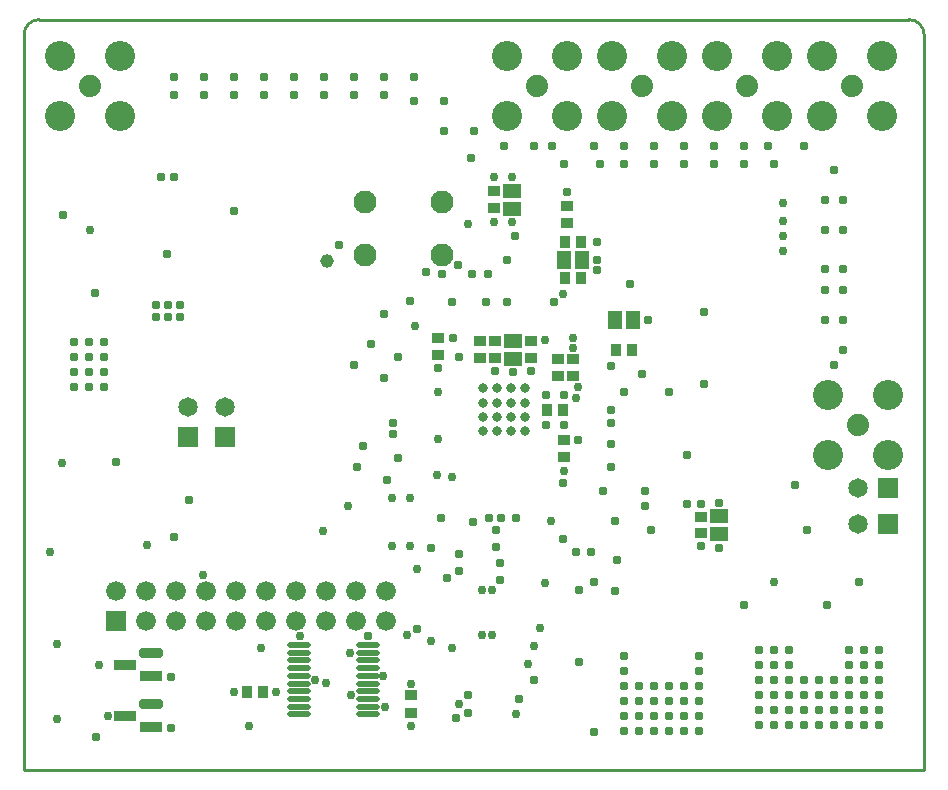
<source format=gbs>
%FSLAX44Y44*%
%MOMM*%
G71*
G01*
G75*
G04 Layer_Color=16711935*
%ADD10R,1.8034X1.1176*%
%ADD11R,5.3000X5.3000*%
%ADD12O,1.6500X0.2700*%
%ADD13O,0.2700X1.6500*%
%ADD14R,1.2700X1.2700*%
%ADD15R,0.7000X0.9000*%
%ADD16R,0.8000X0.9000*%
%ADD17R,0.9000X0.8000*%
%ADD18R,2.5400X1.6510*%
G04:AMPARAMS|DCode=19|XSize=1.651mm|YSize=2.54mm|CornerRadius=0.4128mm|HoleSize=0mm|Usage=FLASHONLY|Rotation=270.000|XOffset=0mm|YOffset=0mm|HoleType=Round|Shape=RoundedRectangle|*
%AMROUNDEDRECTD19*
21,1,1.6510,1.7145,0,0,270.0*
21,1,0.8255,2.5400,0,0,270.0*
1,1,0.8255,-0.8572,-0.4128*
1,1,0.8255,-0.8572,0.4128*
1,1,0.8255,0.8572,0.4128*
1,1,0.8255,0.8572,-0.4128*
%
%ADD19ROUNDEDRECTD19*%
%ADD20R,0.9000X0.7000*%
%ADD21R,1.7000X1.1000*%
%ADD22R,1.0000X2.7000*%
%ADD23R,3.2000X2.7000*%
%ADD24R,0.6096X0.5588*%
%ADD25R,2.6924X1.1176*%
%ADD26R,0.5588X0.6096*%
%ADD27R,2.0000X6.0000*%
%ADD28R,1.4000X1.1000*%
%ADD29R,1.1000X1.7000*%
%ADD30R,1.1000X1.4000*%
G04:AMPARAMS|DCode=31|XSize=1mm|YSize=1.55mm|CornerRadius=0.25mm|HoleSize=0mm|Usage=FLASHONLY|Rotation=270.000|XOffset=0mm|YOffset=0mm|HoleType=Round|Shape=RoundedRectangle|*
%AMROUNDEDRECTD31*
21,1,1.0000,1.0500,0,0,270.0*
21,1,0.5000,1.5500,0,0,270.0*
1,1,0.5000,-0.5250,-0.2500*
1,1,0.5000,-0.5250,0.2500*
1,1,0.5000,0.5250,0.2500*
1,1,0.5000,0.5250,-0.2500*
%
%ADD31ROUNDEDRECTD31*%
%ADD32R,1.5500X1.0000*%
%ADD33R,3.3000X1.8000*%
%ADD34R,1.0000X1.5000*%
G04:AMPARAMS|DCode=35|XSize=1mm|YSize=1.5mm|CornerRadius=0.25mm|HoleSize=0mm|Usage=FLASHONLY|Rotation=180.000|XOffset=0mm|YOffset=0mm|HoleType=Round|Shape=RoundedRectangle|*
%AMROUNDEDRECTD35*
21,1,1.0000,1.0000,0,0,180.0*
21,1,0.5000,1.5000,0,0,180.0*
1,1,0.5000,-0.2500,0.5000*
1,1,0.5000,0.2500,0.5000*
1,1,0.5000,0.2500,-0.5000*
1,1,0.5000,-0.2500,-0.5000*
%
%ADD35ROUNDEDRECTD35*%
%ADD36R,2.3876X3.0988*%
%ADD37R,1.9812X0.4608*%
%ADD38R,0.6000X0.8500*%
%ADD39C,0.2032*%
%ADD40C,0.3048*%
%ADD41C,1.2700*%
%ADD42C,0.4064*%
%ADD43C,0.4277*%
%ADD44C,0.3999*%
%ADD45C,0.4572*%
%ADD46C,0.7620*%
%ADD47C,0.6350*%
%ADD48C,0.2540*%
%ADD49R,6.8580X10.1600*%
%ADD50R,8.8900X8.8900*%
%ADD51R,12.7000X8.8900*%
%ADD52R,1.5240X1.5240*%
%ADD53C,1.5240*%
%ADD54C,1.8000*%
%ADD55C,1.7272*%
%ADD56C,2.4000*%
%ADD57C,1.5000*%
%ADD58R,1.5000X1.5000*%
%ADD59R,1.5000X1.5000*%
%ADD60C,0.6096*%
%ADD61C,0.6350*%
%ADD62C,0.6600*%
%ADD63C,1.0160*%
%ADD64C,1.0160*%
%ADD65C,0.3810*%
%ADD66R,4.5720X4.4450*%
%ADD67R,6.9850X1.7780*%
%ADD68C,2.0320*%
G04:AMPARAMS|DCode=69|XSize=2.524mm|YSize=2.524mm|CornerRadius=0mm|HoleSize=0mm|Usage=FLASHONLY|Rotation=0.000|XOffset=0mm|YOffset=0mm|HoleType=Round|Shape=Relief|Width=0.254mm|Gap=0.254mm|Entries=4|*
%AMTHD69*
7,0,0,2.5240,2.0160,0.2540,45*
%
%ADD69THD69*%
%ADD70C,2.0160*%
%ADD71C,2.0828*%
%ADD72C,2.8160*%
%ADD73C,1.9160*%
G04:AMPARAMS|DCode=74|XSize=2.424mm|YSize=2.424mm|CornerRadius=0mm|HoleSize=0mm|Usage=FLASHONLY|Rotation=0.000|XOffset=0mm|YOffset=0mm|HoleType=Round|Shape=Relief|Width=0.254mm|Gap=0.254mm|Entries=4|*
%AMTHD74*
7,0,0,2.4240,1.9160,0.2540,45*
%
%ADD74THD74*%
%ADD75C,1.3208*%
%ADD76C,1.3970*%
%ADD77C,1.3460*%
%ADD78R,4.4450X4.4450*%
G04:AMPARAMS|DCode=79|XSize=2.54mm|YSize=2.54mm|CornerRadius=0mm|HoleSize=0mm|Usage=FLASHONLY|Rotation=0.000|XOffset=0mm|YOffset=0mm|HoleType=Round|Shape=Relief|Width=0.254mm|Gap=0.254mm|Entries=4|*
%AMTHD79*
7,0,0,2.5400,2.0320,0.2540,45*
%
%ADD79THD79*%
G04:AMPARAMS|DCode=80|XSize=3.324mm|YSize=3.324mm|CornerRadius=0mm|HoleSize=0mm|Usage=FLASHONLY|Rotation=0.000|XOffset=0mm|YOffset=0mm|HoleType=Round|Shape=Relief|Width=0.254mm|Gap=0.254mm|Entries=4|*
%AMTHD80*
7,0,0,3.3240,2.8160,0.2540,45*
%
%ADD80THD80*%
%ADD81R,1.8000X0.7000*%
G04:AMPARAMS|DCode=82|XSize=0.7mm|YSize=1.8mm|CornerRadius=0.175mm|HoleSize=0mm|Usage=FLASHONLY|Rotation=90.000|XOffset=0mm|YOffset=0mm|HoleType=Round|Shape=RoundedRectangle|*
%AMROUNDEDRECTD82*
21,1,0.7000,1.4500,0,0,90.0*
21,1,0.3500,1.8000,0,0,90.0*
1,1,0.3500,0.7250,0.1750*
1,1,0.3500,0.7250,-0.1750*
1,1,0.3500,-0.7250,-0.1750*
1,1,0.3500,-0.7250,0.1750*
%
%ADD82ROUNDEDRECTD82*%
%ADD83O,1.8500X0.3500*%
%ADD84C,0.6000*%
%ADD85C,0.2500*%
%ADD86C,0.1524*%
%ADD87C,0.1270*%
%ADD88C,0.2000*%
%ADD89C,0.1778*%
%ADD90R,8.1280X3.3020*%
%ADD91R,1.9558X1.2700*%
%ADD92R,5.4524X5.4524*%
%ADD93O,1.8024X0.4224*%
%ADD94O,0.4224X1.8024*%
%ADD95R,1.4224X1.4224*%
%ADD96R,0.8524X1.0524*%
%ADD97R,0.9524X1.0524*%
%ADD98R,1.0524X0.9524*%
%ADD99R,2.6924X1.8034*%
G04:AMPARAMS|DCode=100|XSize=1.8034mm|YSize=2.6924mm|CornerRadius=0.4508mm|HoleSize=0mm|Usage=FLASHONLY|Rotation=270.000|XOffset=0mm|YOffset=0mm|HoleType=Round|Shape=RoundedRectangle|*
%AMROUNDEDRECTD100*
21,1,1.8034,1.7907,0,0,270.0*
21,1,0.9017,2.6924,0,0,270.0*
1,1,0.9017,-0.8953,-0.4508*
1,1,0.9017,-0.8953,0.4508*
1,1,0.9017,0.8953,0.4508*
1,1,0.9017,0.8953,-0.4508*
%
%ADD100ROUNDEDRECTD100*%
%ADD101R,1.0524X0.8524*%
%ADD102R,1.8524X1.2524*%
%ADD103R,1.1524X2.8524*%
%ADD104R,3.3524X2.8524*%
%ADD105R,0.7620X0.7112*%
%ADD106R,2.8448X1.2700*%
%ADD107R,0.7112X0.7620*%
%ADD108R,2.1524X6.1524*%
%ADD109R,1.5524X1.2524*%
%ADD110R,1.2524X1.8524*%
%ADD111R,1.2524X1.5524*%
G04:AMPARAMS|DCode=112|XSize=1.1524mm|YSize=1.7024mm|CornerRadius=0.2881mm|HoleSize=0mm|Usage=FLASHONLY|Rotation=270.000|XOffset=0mm|YOffset=0mm|HoleType=Round|Shape=RoundedRectangle|*
%AMROUNDEDRECTD112*
21,1,1.1524,1.1262,0,0,270.0*
21,1,0.5762,1.7024,0,0,270.0*
1,1,0.5762,-0.5631,-0.2881*
1,1,0.5762,-0.5631,0.2881*
1,1,0.5762,0.5631,0.2881*
1,1,0.5762,0.5631,-0.2881*
%
%ADD112ROUNDEDRECTD112*%
%ADD113R,1.7024X1.1524*%
%ADD114R,3.4524X1.9524*%
%ADD115R,1.1524X1.6524*%
G04:AMPARAMS|DCode=116|XSize=1.1524mm|YSize=1.6524mm|CornerRadius=0.2881mm|HoleSize=0mm|Usage=FLASHONLY|Rotation=180.000|XOffset=0mm|YOffset=0mm|HoleType=Round|Shape=RoundedRectangle|*
%AMROUNDEDRECTD116*
21,1,1.1524,1.0762,0,0,180.0*
21,1,0.5762,1.6524,0,0,180.0*
1,1,0.5762,-0.2881,0.5381*
1,1,0.5762,0.2881,0.5381*
1,1,0.5762,0.2881,-0.5381*
1,1,0.5762,-0.2881,-0.5381*
%
%ADD116ROUNDEDRECTD116*%
%ADD117R,2.5400X3.2512*%
%ADD118R,2.1336X0.6132*%
%ADD119R,0.7524X1.0024*%
%ADD120R,1.6764X1.6764*%
%ADD121C,1.6764*%
%ADD122C,1.9524*%
%ADD123C,1.8796*%
%ADD124C,2.5524*%
%ADD125C,1.6524*%
%ADD126R,1.6524X1.6524*%
%ADD127R,1.6524X1.6524*%
%ADD128C,0.7620*%
%ADD129C,0.7874*%
%ADD130C,1.1684*%
%ADD131R,1.9524X0.8524*%
G04:AMPARAMS|DCode=132|XSize=0.8524mm|YSize=1.9524mm|CornerRadius=0.2131mm|HoleSize=0mm|Usage=FLASHONLY|Rotation=90.000|XOffset=0mm|YOffset=0mm|HoleType=Round|Shape=RoundedRectangle|*
%AMROUNDEDRECTD132*
21,1,0.8524,1.5262,0,0,90.0*
21,1,0.4262,1.9524,0,0,90.0*
1,1,0.4262,0.7631,0.2131*
1,1,0.4262,0.7631,-0.2131*
1,1,0.4262,-0.7631,-0.2131*
1,1,0.4262,-0.7631,0.2131*
%
%ADD132ROUNDEDRECTD132*%
%ADD133O,2.0024X0.5024*%
%ADD134C,0.8124*%
D48*
X952500Y817880D02*
G03*
X939800Y830580I-12700J0D01*
G01*
X203200D02*
G03*
X190500Y817880I0J-12700D01*
G01*
X203200Y830580D02*
X939800D01*
X952500Y195580D02*
Y817880D01*
X190500Y195580D02*
Y817880D01*
Y195580D02*
X952500D01*
D97*
X379080Y261620D02*
D03*
X393080D02*
D03*
X633080Y500380D02*
D03*
X647080D02*
D03*
X648320Y612140D02*
D03*
X662320D02*
D03*
X648320Y642620D02*
D03*
X662320D02*
D03*
X691500Y551180D02*
D03*
X705500D02*
D03*
D98*
X763270Y409590D02*
D03*
Y395590D02*
D03*
X588010Y685180D02*
D03*
Y671180D02*
D03*
X655320Y542940D02*
D03*
Y528940D02*
D03*
X642620Y542940D02*
D03*
Y528940D02*
D03*
X576580Y544180D02*
D03*
Y558180D02*
D03*
X650240Y672480D02*
D03*
Y658480D02*
D03*
X589280Y558180D02*
D03*
Y544180D02*
D03*
X619760Y544180D02*
D03*
Y558180D02*
D03*
X647700Y460360D02*
D03*
Y474360D02*
D03*
X541020Y546720D02*
D03*
Y560720D02*
D03*
D101*
X518160Y243960D02*
D03*
Y258960D02*
D03*
D109*
X778510Y395090D02*
D03*
Y410090D02*
D03*
X603250Y670680D02*
D03*
Y685680D02*
D03*
X604520Y543680D02*
D03*
Y558680D02*
D03*
D111*
X662820Y627380D02*
D03*
X647820D02*
D03*
X706000Y576580D02*
D03*
X691000D02*
D03*
D120*
X267970Y321310D02*
D03*
D121*
Y346710D02*
D03*
X293370Y321310D02*
D03*
Y346710D02*
D03*
X318770Y321310D02*
D03*
Y346710D02*
D03*
X344170Y321310D02*
D03*
Y346710D02*
D03*
X369570Y321310D02*
D03*
Y346710D02*
D03*
X394970Y321310D02*
D03*
Y346710D02*
D03*
X420370Y321310D02*
D03*
Y346710D02*
D03*
X445770Y321310D02*
D03*
Y346710D02*
D03*
X471170Y321310D02*
D03*
Y346710D02*
D03*
X496570Y321310D02*
D03*
Y346710D02*
D03*
D122*
X479310Y676550D02*
D03*
X544310D02*
D03*
Y631550D02*
D03*
X479310D02*
D03*
D123*
X896620Y487680D02*
D03*
X246380Y774700D02*
D03*
X624840D02*
D03*
X713740D02*
D03*
X802640D02*
D03*
X891540D02*
D03*
D124*
X922020Y462280D02*
D03*
X871220Y513080D02*
D03*
X922020D02*
D03*
X871220Y462280D02*
D03*
X220980Y800100D02*
D03*
X271780Y749300D02*
D03*
X220980D02*
D03*
X271780Y800100D02*
D03*
X650240Y749300D02*
D03*
X599440Y800100D02*
D03*
Y749300D02*
D03*
X650240Y800100D02*
D03*
X739140Y749300D02*
D03*
X688340Y800100D02*
D03*
Y749300D02*
D03*
X739140Y800100D02*
D03*
X828040Y749300D02*
D03*
X777240Y800100D02*
D03*
Y749300D02*
D03*
X828040Y800100D02*
D03*
X916940Y749300D02*
D03*
X866140Y800100D02*
D03*
Y749300D02*
D03*
X916940Y800100D02*
D03*
D125*
X328930Y502920D02*
D03*
X360680D02*
D03*
X896620Y403860D02*
D03*
Y434340D02*
D03*
D126*
X328930Y477520D02*
D03*
X360680D02*
D03*
D127*
X922020Y403860D02*
D03*
Y434340D02*
D03*
D128*
X368300Y261620D02*
D03*
X424180Y308864D02*
D03*
X403860Y261620D02*
D03*
X518160Y267970D02*
D03*
X445770Y269240D02*
D03*
X534814Y304546D02*
D03*
X523240Y365760D02*
D03*
X833000Y635120D02*
D03*
Y647820D02*
D03*
X833120Y660400D02*
D03*
X833000Y675520D02*
D03*
X514350Y309880D02*
D03*
X552450Y298450D02*
D03*
X558800Y251460D02*
D03*
X341630Y360779D02*
D03*
X218440Y238760D02*
D03*
X218560Y302380D02*
D03*
X294640Y386080D02*
D03*
X246380Y652780D02*
D03*
X222610Y455570D02*
D03*
X631840Y559420D02*
D03*
X646900Y598640D02*
D03*
X261620Y241300D02*
D03*
X254000Y284480D02*
D03*
X380820Y232590D02*
D03*
X659130Y519430D02*
D03*
X657860Y510286D02*
D03*
X518160Y232410D02*
D03*
X647700Y448310D02*
D03*
X516890Y425450D02*
D03*
X501650Y425450D02*
D03*
X516890Y384810D02*
D03*
X603250Y659130D02*
D03*
X588010D02*
D03*
X588010Y697230D02*
D03*
X603250D02*
D03*
X566420Y657860D02*
D03*
X825500Y354330D02*
D03*
X655320Y561340D02*
D03*
Y552450D02*
D03*
X521150Y571050D02*
D03*
X212560Y380200D02*
D03*
X616900Y285430D02*
D03*
X496460Y249030D02*
D03*
X621900Y300590D02*
D03*
X626900Y315750D02*
D03*
X586740Y309880D02*
D03*
X631900Y353770D02*
D03*
X577850Y309880D02*
D03*
X636270Y406400D02*
D03*
X586740Y347980D02*
D03*
X578049Y347781D02*
D03*
X552450Y443230D02*
D03*
X464820Y419100D02*
D03*
X501650Y384810D02*
D03*
X540140Y445380D02*
D03*
X540620Y475380D02*
D03*
X540780Y515380D02*
D03*
X443230Y397510D02*
D03*
X494740Y275030D02*
D03*
X467380Y258860D02*
D03*
X466200Y294530D02*
D03*
X607060Y242570D02*
D03*
X391160Y298450D02*
D03*
X436880Y271780D02*
D03*
D129*
X556514Y239268D02*
D03*
X523240Y314960D02*
D03*
X457200Y640080D02*
D03*
X223520Y665480D02*
D03*
X883920Y619760D02*
D03*
X876300Y703580D02*
D03*
X637540Y723900D02*
D03*
X678180Y708660D02*
D03*
X850900Y723900D02*
D03*
X568960Y713740D02*
D03*
X596900Y723900D02*
D03*
X622300D02*
D03*
X673100D02*
D03*
X698500D02*
D03*
X723900D02*
D03*
X749300D02*
D03*
X774700D02*
D03*
X800100D02*
D03*
X820420D02*
D03*
X883920Y678180D02*
D03*
X868680D02*
D03*
X825500Y708660D02*
D03*
X800100D02*
D03*
X774700D02*
D03*
X749300D02*
D03*
X723900D02*
D03*
X698500D02*
D03*
X647700D02*
D03*
X876300Y538480D02*
D03*
X883920Y576580D02*
D03*
Y551180D02*
D03*
Y601980D02*
D03*
Y652780D02*
D03*
X868680Y576580D02*
D03*
Y601980D02*
D03*
Y619760D02*
D03*
Y652780D02*
D03*
X605790Y647700D02*
D03*
X687070Y500380D02*
D03*
Y537210D02*
D03*
X659130Y474980D02*
D03*
X687070Y452120D02*
D03*
Y488950D02*
D03*
X368300Y668274D02*
D03*
X506730Y544830D02*
D03*
X250190Y599440D02*
D03*
X257810Y557530D02*
D03*
X245110D02*
D03*
X257810Y544830D02*
D03*
X245110D02*
D03*
X257810Y532130D02*
D03*
X245110D02*
D03*
Y519430D02*
D03*
X232410Y557530D02*
D03*
Y544830D02*
D03*
Y532130D02*
D03*
Y519430D02*
D03*
X607060Y408940D02*
D03*
X570230Y405130D02*
D03*
X257810Y519430D02*
D03*
X698500Y228600D02*
D03*
X711200D02*
D03*
X723900D02*
D03*
X736600D02*
D03*
X749300D02*
D03*
X762000D02*
D03*
X698500Y241300D02*
D03*
X711200D02*
D03*
X723900D02*
D03*
X736600D02*
D03*
X749300D02*
D03*
X762000D02*
D03*
X698500Y254000D02*
D03*
X711200D02*
D03*
X723900D02*
D03*
X736600D02*
D03*
X749300D02*
D03*
X762000D02*
D03*
Y266700D02*
D03*
X749300D02*
D03*
X736600D02*
D03*
X723900D02*
D03*
X711200D02*
D03*
X698500D02*
D03*
Y279400D02*
D03*
Y292100D02*
D03*
X762000Y279400D02*
D03*
Y292100D02*
D03*
X812800Y233680D02*
D03*
X825500D02*
D03*
X838200D02*
D03*
X850900D02*
D03*
X863600D02*
D03*
X876300D02*
D03*
X889000D02*
D03*
X901700D02*
D03*
X914400D02*
D03*
X812800Y246380D02*
D03*
X825500D02*
D03*
X838200D02*
D03*
X850900D02*
D03*
X863600D02*
D03*
X876300D02*
D03*
X889000D02*
D03*
X901700D02*
D03*
X914400D02*
D03*
X812800Y259080D02*
D03*
Y271780D02*
D03*
Y284480D02*
D03*
Y297180D02*
D03*
X825500D02*
D03*
Y284480D02*
D03*
Y271780D02*
D03*
Y259080D02*
D03*
X838200Y297180D02*
D03*
Y284480D02*
D03*
Y271780D02*
D03*
Y259080D02*
D03*
X850900D02*
D03*
X863600D02*
D03*
X876300D02*
D03*
X889000D02*
D03*
X901700D02*
D03*
X914400D02*
D03*
X850900Y271780D02*
D03*
X863600D02*
D03*
X876300D02*
D03*
X889000D02*
D03*
X901700D02*
D03*
X914400D02*
D03*
X889000Y284480D02*
D03*
X901700D02*
D03*
X914400D02*
D03*
X889000Y297180D02*
D03*
X901700D02*
D03*
X914400D02*
D03*
X690880Y346964D02*
D03*
X703580Y607060D02*
D03*
X632460Y487680D02*
D03*
X552450Y591820D02*
D03*
X638810D02*
D03*
X675640Y642620D02*
D03*
X314960Y274320D02*
D03*
X657860Y379730D02*
D03*
X751840Y462280D02*
D03*
X843280Y436880D02*
D03*
X716280Y431800D02*
D03*
Y419100D02*
D03*
X721360Y398780D02*
D03*
X751840Y420370D02*
D03*
X251460Y223520D02*
D03*
X680720Y431800D02*
D03*
X267970Y455930D02*
D03*
X502920Y480060D02*
D03*
X477520Y469900D02*
D03*
X558800Y378460D02*
D03*
X647700Y487680D02*
D03*
X632460Y513080D02*
D03*
X317500Y392430D02*
D03*
X660400Y347980D02*
D03*
X314960Y231140D02*
D03*
X609600Y255270D02*
D03*
X622300Y271780D02*
D03*
X660400Y287020D02*
D03*
X673100Y227330D02*
D03*
X765810Y521970D02*
D03*
Y582930D02*
D03*
X736600Y515620D02*
D03*
X800100Y335280D02*
D03*
X869950D02*
D03*
X713740Y530860D02*
D03*
X718820Y576580D02*
D03*
X763270Y384810D02*
D03*
X778510Y383540D02*
D03*
Y421640D02*
D03*
X763270Y420370D02*
D03*
X530860Y617220D02*
D03*
X544180Y615330D02*
D03*
X517540Y592440D02*
D03*
X558180Y622950D02*
D03*
X548640Y358140D02*
D03*
X593710Y356220D02*
D03*
X535290Y382920D02*
D03*
X604520Y532384D02*
D03*
X619760Y533400D02*
D03*
X566420Y243840D02*
D03*
X483870Y556260D02*
D03*
X469900Y538480D02*
D03*
X495300Y527050D02*
D03*
X502920Y488950D02*
D03*
X330200Y424180D02*
D03*
X472440Y452120D02*
D03*
X599440Y591820D02*
D03*
X581660D02*
D03*
X583580Y615300D02*
D03*
X569580Y615330D02*
D03*
X599440Y627380D02*
D03*
X650240Y684530D02*
D03*
X698500Y515620D02*
D03*
X543560Y408940D02*
D03*
X690880Y405780D02*
D03*
X897420Y354800D02*
D03*
X853440Y398780D02*
D03*
X558800Y544830D02*
D03*
X553720Y561340D02*
D03*
X495300Y581660D02*
D03*
X675640Y618490D02*
D03*
Y627380D02*
D03*
X541020Y535940D02*
D03*
X566420Y259080D02*
D03*
X692150Y373380D02*
D03*
X647700Y513080D02*
D03*
X670560Y379730D02*
D03*
X687070Y471170D02*
D03*
X673100Y354330D02*
D03*
X646430Y391160D02*
D03*
X646900Y438620D02*
D03*
X593710Y370220D02*
D03*
X584200Y408940D02*
D03*
X594360D02*
D03*
X589900Y398160D02*
D03*
X589900Y384160D02*
D03*
X558800Y363840D02*
D03*
X481330Y308610D02*
D03*
X589280Y533400D02*
D03*
X506730Y459740D02*
D03*
X497840Y440690D02*
D03*
X311150Y632460D02*
D03*
X306070Y697230D02*
D03*
X317500D02*
D03*
X302260Y589280D02*
D03*
X312420D02*
D03*
X322580D02*
D03*
Y579120D02*
D03*
X312420D02*
D03*
X302260D02*
D03*
X317500Y767080D02*
D03*
X342900D02*
D03*
X368300D02*
D03*
X393700D02*
D03*
X419100D02*
D03*
X444500D02*
D03*
X469900D02*
D03*
X495300D02*
D03*
X520700Y762000D02*
D03*
X546100Y736600D02*
D03*
X571500D02*
D03*
X520700Y782320D02*
D03*
X444500D02*
D03*
X546100Y762000D02*
D03*
X495300Y782320D02*
D03*
X469900D02*
D03*
X393700D02*
D03*
X368300D02*
D03*
X419100D02*
D03*
X342900D02*
D03*
X317500D02*
D03*
D130*
X447040Y626110D02*
D03*
D131*
X276270Y284480D02*
D03*
X297770Y274980D02*
D03*
X276270Y241300D02*
D03*
X297770Y231800D02*
D03*
D132*
Y293980D02*
D03*
Y250800D02*
D03*
D133*
X422870Y242530D02*
D03*
Y249030D02*
D03*
Y255530D02*
D03*
Y262030D02*
D03*
Y268530D02*
D03*
Y275030D02*
D03*
Y281530D02*
D03*
Y288030D02*
D03*
Y294530D02*
D03*
Y301030D02*
D03*
X481370Y242530D02*
D03*
Y249030D02*
D03*
Y255530D02*
D03*
Y262030D02*
D03*
Y268530D02*
D03*
Y275030D02*
D03*
Y281530D02*
D03*
Y288030D02*
D03*
Y294530D02*
D03*
Y301030D02*
D03*
D134*
X590900Y518380D02*
D03*
X578900D02*
D03*
X602900Y506380D02*
D03*
X590900D02*
D03*
Y494380D02*
D03*
X578900Y506380D02*
D03*
Y494380D02*
D03*
Y482380D02*
D03*
X590900D02*
D03*
X602900D02*
D03*
Y494380D02*
D03*
Y518380D02*
D03*
X614900Y482380D02*
D03*
Y494380D02*
D03*
Y506380D02*
D03*
Y518380D02*
D03*
M02*

</source>
